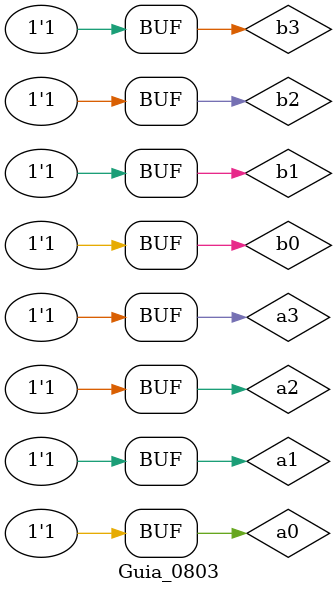
<source format=v>
/* 
Guia_0803.v 
855842 - Mateus Resende Ottoni

iverilog -o Guia_0803.vvp Guia_0803.v
vvp Guia_0803.vvp
*/



// Igualdade
//----------------------------------------
module equal (output s,
                   input a, b, c);

// Dados locais
wire w1;

// Processo
xnor	XNOR (  w1,   a,   b);
and	AND  (   s,  w1,   c); // Saída


endmodule
//----------------------------------------

// Modulo de igualdade
//----------------------------------------
module f03 (output s,
            input  a0, b0, a1, b1,
                   a2, b2, a3, b3);

// Dados locais
reg valor1 = 1'b1;
wire res01, res02, res03;

// Processo
equal EQ1 ( res01, a0, b0, valor1);
equal EQ2 ( res02, a1, b1,  res01);
equal EQ3 ( res03, a2, b2,  res02);
equal EQ4 (     s, a3, b3,  res03); // Saída

endmodule
//----------------------------------------




// Modulo principal
module Guia_0803; 

// Definir dados
reg a0, b0, a1, b1, a2, b2, a3, b3;
wire w;

f03    f03_ ( w,
              a0, b0, a1, b1, a2, b2, a3, b3);


 initial
  begin
   a0     = 1'b0;
   b0     = 1'b0;
   a1     = 1'b0;
   b1     = 1'b0;
   a2     = 1'b0;
   b2     = 1'b0;
   a3     = 1'b0;
   b3     = 1'b0;
  end


// Main 
initial 
begin : main 

$display ( "Guia_0803" );

/*	Mostrar valores em tabela				*/
$display ( "" );
$display ( "______________________________" );
$display ( "||    a |    b || igualdade ||" );
$display ( "||------|------||-----------||" );
$monitor ( "|| %b%b%b%b | %b%b%b%b ||         %b ||",
              a3, a2, a1, a0,
                         b3, b2, b1, b0,
                                     w );
/*								*/

/*	Atualizar valores ( a = 00)	*/

#1;  b0 = 1'b1;
#1;  b0 = 1'b0; b1 = 1'b1;
#1;  b0 = 1'b1;
#1;  b0 = 1'b0; b1 = 1'b0; b2 = 1'b1;
#1;  b0 = 1'b1;
#1;  b0 = 1'b0; b1 = 1'b1;
#1;  b0 = 1'b1;
#1;  b0 = 1'b0; b1 = 1'b0; b2 = 1'b0; b3 = 1'b1;
#1;  b0 = 1'b1;
#1;  b0 = 1'b0; b1 = 1'b1;
#1;  b0 = 1'b1;
#1;  b0 = 1'b0; b1 = 1'b0; b2 = 1'b1;
#1;  b0 = 1'b1;
#1;  b0 = 1'b0; b1 = 1'b1;
#1;  b0 = 1'b1;

/*					*/

/*	Atualizar valores ( a = 01)	*/

#1;  a0 = 1'b1;
     b0 = 1'b0; b1 = 1'b0; b2 = 1'b0; b3 = 1'b0;

#1;  b0 = 1'b1;
#1;  b0 = 1'b0; b1 = 1'b1;
#1;  b0 = 1'b1;
#1;  b0 = 1'b0; b1 = 1'b0; b2 = 1'b1;
#1;  b0 = 1'b1;
#1;  b0 = 1'b0; b1 = 1'b1;
#1;  b0 = 1'b1;
#1;  b0 = 1'b0; b1 = 1'b0; b2 = 1'b0; b3 = 1'b1;
#1;  b0 = 1'b1;
#1;  b0 = 1'b0; b1 = 1'b1;
#1;  b0 = 1'b1;
#1;  b0 = 1'b0; b1 = 1'b0; b2 = 1'b1;
#1;  b0 = 1'b1;
#1;  b0 = 1'b0; b1 = 1'b1;
#1;  b0 = 1'b1;

/*					*/

/*	Atualizar valores ( a = 02)	*/

#1;  a0 = 1'b0; a1 = 1'b1;
     b0 = 1'b0; b1 = 1'b0; b2 = 1'b0; b3 = 1'b0;

#1;  b0 = 1'b1;
#1;  b0 = 1'b0; b1 = 1'b1;
#1;  b0 = 1'b1;
#1;  b0 = 1'b0; b1 = 1'b0; b2 = 1'b1;
#1;  b0 = 1'b1;
#1;  b0 = 1'b0; b1 = 1'b1;
#1;  b0 = 1'b1;
#1;  b0 = 1'b0; b1 = 1'b0; b2 = 1'b0; b3 = 1'b1;
#1;  b0 = 1'b1;
#1;  b0 = 1'b0; b1 = 1'b1;
#1;  b0 = 1'b1;
#1;  b0 = 1'b0; b1 = 1'b0; b2 = 1'b1;
#1;  b0 = 1'b1;
#1;  b0 = 1'b0; b1 = 1'b1;
#1;  b0 = 1'b1;

/*					*/

/*	Atualizar valores ( a = 03)	*/

#1;  a0 = 1'b1;
     b0 = 1'b0; b1 = 1'b0; b2 = 1'b0; b3 = 1'b0;

#1;  b0 = 1'b1;
#1;  b0 = 1'b0; b1 = 1'b1;
#1;  b0 = 1'b1;
#1;  b0 = 1'b0; b1 = 1'b0; b2 = 1'b1;
#1;  b0 = 1'b1;
#1;  b0 = 1'b0; b1 = 1'b1;
#1;  b0 = 1'b1;
#1;  b0 = 1'b0; b1 = 1'b0; b2 = 1'b0; b3 = 1'b1;
#1;  b0 = 1'b1;
#1;  b0 = 1'b0; b1 = 1'b1;
#1;  b0 = 1'b1;
#1;  b0 = 1'b0; b1 = 1'b0; b2 = 1'b1;
#1;  b0 = 1'b1;
#1;  b0 = 1'b0; b1 = 1'b1;
#1;  b0 = 1'b1;

/*					*/

/*	Atualizar valores ( a = 04)	*/

#1;  a0 = 1'b0; a1 = 1'b0; a2 = 1'b1;
     b0 = 1'b0; b1 = 1'b0; b2 = 1'b0; b3 = 1'b0;

#1;  b0 = 1'b1;
#1;  b0 = 1'b0; b1 = 1'b1;
#1;  b0 = 1'b1;
#1;  b0 = 1'b0; b1 = 1'b0; b2 = 1'b1;
#1;  b0 = 1'b1;
#1;  b0 = 1'b0; b1 = 1'b1;
#1;  b0 = 1'b1;
#1;  b0 = 1'b0; b1 = 1'b0; b2 = 1'b0; b3 = 1'b1;
#1;  b0 = 1'b1;
#1;  b0 = 1'b0; b1 = 1'b1;
#1;  b0 = 1'b1;
#1;  b0 = 1'b0; b1 = 1'b0; b2 = 1'b1;
#1;  b0 = 1'b1;
#1;  b0 = 1'b0; b1 = 1'b1;
#1;  b0 = 1'b1;

/*					*/

/*	Atualizar valores ( a = 05)	*/

#1;  a0 = 1'b1;
     b0 = 1'b0; b1 = 1'b0; b2 = 1'b0; b3 = 1'b0;

#1;  b0 = 1'b1;
#1;  b0 = 1'b0; b1 = 1'b1;
#1;  b0 = 1'b1;
#1;  b0 = 1'b0; b1 = 1'b0; b2 = 1'b1;
#1;  b0 = 1'b1;
#1;  b0 = 1'b0; b1 = 1'b1;
#1;  b0 = 1'b1;
#1;  b0 = 1'b0; b1 = 1'b0; b2 = 1'b0; b3 = 1'b1;
#1;  b0 = 1'b1;
#1;  b0 = 1'b0; b1 = 1'b1;
#1;  b0 = 1'b1;
#1;  b0 = 1'b0; b1 = 1'b0; b2 = 1'b1;
#1;  b0 = 1'b1;
#1;  b0 = 1'b0; b1 = 1'b1;
#1;  b0 = 1'b1;

/*					*/

/*	Atualizar valores ( a = 06)	*/

#1;  a0 = 1'b0; a1 = 1'b1;
     b0 = 1'b0; b1 = 1'b0; b2 = 1'b0; b3 = 1'b0;

#1;  b0 = 1'b1;
#1;  b0 = 1'b0; b1 = 1'b1;
#1;  b0 = 1'b1;
#1;  b0 = 1'b0; b1 = 1'b0; b2 = 1'b1;
#1;  b0 = 1'b1;
#1;  b0 = 1'b0; b1 = 1'b1;
#1;  b0 = 1'b1;
#1;  b0 = 1'b0; b1 = 1'b0; b2 = 1'b0; b3 = 1'b1;
#1;  b0 = 1'b1;
#1;  b0 = 1'b0; b1 = 1'b1;
#1;  b0 = 1'b1;
#1;  b0 = 1'b0; b1 = 1'b0; b2 = 1'b1;
#1;  b0 = 1'b1;
#1;  b0 = 1'b0; b1 = 1'b1;
#1;  b0 = 1'b1;

/*					*/

/*	Atualizar valores ( a = 07)	*/

#1;  a0 = 1'b1;
     b0 = 1'b0; b1 = 1'b0; b2 = 1'b0; b3 = 1'b0;

#1;  b0 = 1'b1;
#1;  b0 = 1'b0; b1 = 1'b1;
#1;  b0 = 1'b1;
#1;  b0 = 1'b0; b1 = 1'b0; b2 = 1'b1;
#1;  b0 = 1'b1;
#1;  b0 = 1'b0; b1 = 1'b1;
#1;  b0 = 1'b1;
#1;  b0 = 1'b0; b1 = 1'b0; b2 = 1'b0; b3 = 1'b1;
#1;  b0 = 1'b1;
#1;  b0 = 1'b0; b1 = 1'b1;
#1;  b0 = 1'b1;
#1;  b0 = 1'b0; b1 = 1'b0; b2 = 1'b1;
#1;  b0 = 1'b1;
#1;  b0 = 1'b0; b1 = 1'b1;
#1;  b0 = 1'b1;

/*					*/

/*	Atualizar valores ( a = 08)	*/

#1;  a0 = 1'b0; a1 = 1'b0; a2 = 1'b0; a3 = 1'b1;
     b0 = 1'b0; b1 = 1'b0; b2 = 1'b0; b3 = 1'b0;

#1;  b0 = 1'b1;
#1;  b0 = 1'b0; b1 = 1'b1;
#1;  b0 = 1'b1;
#1;  b0 = 1'b0; b1 = 1'b0; b2 = 1'b1;
#1;  b0 = 1'b1;
#1;  b0 = 1'b0; b1 = 1'b1;
#1;  b0 = 1'b1;
#1;  b0 = 1'b0; b1 = 1'b0; b2 = 1'b0; b3 = 1'b1;
#1;  b0 = 1'b1;
#1;  b0 = 1'b0; b1 = 1'b1;
#1;  b0 = 1'b1;
#1;  b0 = 1'b0; b1 = 1'b0; b2 = 1'b1;
#1;  b0 = 1'b1;
#1;  b0 = 1'b0; b1 = 1'b1;
#1;  b0 = 1'b1;

/*					*/

/*	Atualizar valores ( a = 09)	*/

#1;  a0 = 1'b1;
     b0 = 1'b0; b1 = 1'b0; b2 = 1'b0; b3 = 1'b0;

#1;  b0 = 1'b1;
#1;  b0 = 1'b0; b1 = 1'b1;
#1;  b0 = 1'b1;
#1;  b0 = 1'b0; b1 = 1'b0; b2 = 1'b1;
#1;  b0 = 1'b1;
#1;  b0 = 1'b0; b1 = 1'b1;
#1;  b0 = 1'b1;
#1;  b0 = 1'b0; b1 = 1'b0; b2 = 1'b0; b3 = 1'b1;
#1;  b0 = 1'b1;
#1;  b0 = 1'b0; b1 = 1'b1;
#1;  b0 = 1'b1;
#1;  b0 = 1'b0; b1 = 1'b0; b2 = 1'b1;
#1;  b0 = 1'b1;
#1;  b0 = 1'b0; b1 = 1'b1;
#1;  b0 = 1'b1;

/*					*/

/*	Atualizar valores ( a = 10)	*/

#1;  a0 = 1'b0; a1 = 1'b1;
     b0 = 1'b0; b1 = 1'b0; b2 = 1'b0; b3 = 1'b0;

#1;  b0 = 1'b1;
#1;  b0 = 1'b0; b1 = 1'b1;
#1;  b0 = 1'b1;
#1;  b0 = 1'b0; b1 = 1'b0; b2 = 1'b1;
#1;  b0 = 1'b1;
#1;  b0 = 1'b0; b1 = 1'b1;
#1;  b0 = 1'b1;
#1;  b0 = 1'b0; b1 = 1'b0; b2 = 1'b0; b3 = 1'b1;
#1;  b0 = 1'b1;
#1;  b0 = 1'b0; b1 = 1'b1;
#1;  b0 = 1'b1;
#1;  b0 = 1'b0; b1 = 1'b0; b2 = 1'b1;
#1;  b0 = 1'b1;
#1;  b0 = 1'b0; b1 = 1'b1;
#1;  b0 = 1'b1;

/*					*/

/*	Atualizar valores ( a = 11)	*/

#1;  a0 = 1'b1;
     b0 = 1'b0; b1 = 1'b0; b2 = 1'b0; b3 = 1'b0;

#1;  b0 = 1'b1;
#1;  b0 = 1'b0; b1 = 1'b1;
#1;  b0 = 1'b1;
#1;  b0 = 1'b0; b1 = 1'b0; b2 = 1'b1;
#1;  b0 = 1'b1;
#1;  b0 = 1'b0; b1 = 1'b1;
#1;  b0 = 1'b1;
#1;  b0 = 1'b0; b1 = 1'b0; b2 = 1'b0; b3 = 1'b1;
#1;  b0 = 1'b1;
#1;  b0 = 1'b0; b1 = 1'b1;
#1;  b0 = 1'b1;
#1;  b0 = 1'b0; b1 = 1'b0; b2 = 1'b1;
#1;  b0 = 1'b1;
#1;  b0 = 1'b0; b1 = 1'b1;
#1;  b0 = 1'b1;

/*					*/

/*	Atualizar valores ( a = 12)	*/

#1;  a0 = 1'b0; a1 = 1'b0; a2 = 1'b1;
     b0 = 1'b0; b1 = 1'b0; b2 = 1'b0; b3 = 1'b0;

#1;  b0 = 1'b1;
#1;  b0 = 1'b0; b1 = 1'b1;
#1;  b0 = 1'b1;
#1;  b0 = 1'b0; b1 = 1'b0; b2 = 1'b1;
#1;  b0 = 1'b1;
#1;  b0 = 1'b0; b1 = 1'b1;
#1;  b0 = 1'b1;
#1;  b0 = 1'b0; b1 = 1'b0; b2 = 1'b0; b3 = 1'b1;
#1;  b0 = 1'b1;
#1;  b0 = 1'b0; b1 = 1'b1;
#1;  b0 = 1'b1;
#1;  b0 = 1'b0; b1 = 1'b0; b2 = 1'b1;
#1;  b0 = 1'b1;
#1;  b0 = 1'b0; b1 = 1'b1;
#1;  b0 = 1'b1;

/*					*/

/*	Atualizar valores ( a = 13)	*/

#1;  a0 = 1'b1;
     b0 = 1'b0; b1 = 1'b0; b2 = 1'b0; b3 = 1'b0;

#1;  b0 = 1'b1;
#1;  b0 = 1'b0; b1 = 1'b1;
#1;  b0 = 1'b1;
#1;  b0 = 1'b0; b1 = 1'b0; b2 = 1'b1;
#1;  b0 = 1'b1;
#1;  b0 = 1'b0; b1 = 1'b1;
#1;  b0 = 1'b1;
#1;  b0 = 1'b0; b1 = 1'b0; b2 = 1'b0; b3 = 1'b1;
#1;  b0 = 1'b1;
#1;  b0 = 1'b0; b1 = 1'b1;
#1;  b0 = 1'b1;
#1;  b0 = 1'b0; b1 = 1'b0; b2 = 1'b1;
#1;  b0 = 1'b1;
#1;  b0 = 1'b0; b1 = 1'b1;
#1;  b0 = 1'b1;

/*					*/

/*	Atualizar valores ( a = 14)	*/

#1;  a0 = 1'b0; a1 = 1'b1;
     b0 = 1'b0; b1 = 1'b0; b2 = 1'b0; b3 = 1'b0;

#1;  b0 = 1'b1;
#1;  b0 = 1'b0; b1 = 1'b1;
#1;  b0 = 1'b1;
#1;  b0 = 1'b0; b1 = 1'b0; b2 = 1'b1;
#1;  b0 = 1'b1;
#1;  b0 = 1'b0; b1 = 1'b1;
#1;  b0 = 1'b1;
#1;  b0 = 1'b0; b1 = 1'b0; b2 = 1'b0; b3 = 1'b1;
#1;  b0 = 1'b1;
#1;  b0 = 1'b0; b1 = 1'b1;
#1;  b0 = 1'b1;
#1;  b0 = 1'b0; b1 = 1'b0; b2 = 1'b1;
#1;  b0 = 1'b1;
#1;  b0 = 1'b0; b1 = 1'b1;
#1;  b0 = 1'b1;

/*					*/

/*	Atualizar valores ( a = 15)	*/

#1;  a0 = 1'b1;
     b0 = 1'b0; b1 = 1'b0; b2 = 1'b0; b3 = 1'b0;

#1;  b0 = 1'b1;
#1;  b0 = 1'b0; b1 = 1'b1;
#1;  b0 = 1'b1;
#1;  b0 = 1'b0; b1 = 1'b0; b2 = 1'b1;
#1;  b0 = 1'b1;
#1;  b0 = 1'b0; b1 = 1'b1;
#1;  b0 = 1'b1;
#1;  b0 = 1'b0; b1 = 1'b0; b2 = 1'b0; b3 = 1'b1;
#1;  b0 = 1'b1;
#1;  b0 = 1'b0; b1 = 1'b1;
#1;  b0 = 1'b1;
#1;  b0 = 1'b0; b1 = 1'b0; b2 = 1'b1;
#1;  b0 = 1'b1;
#1;  b0 = 1'b0; b1 = 1'b1;
#1;  b0 = 1'b1;

/*					*/



end // main 

endmodule // Guia_0803

/*	Previsão de Testes 		*/
/*


______________________________
||    a |    b || igualdade ||
||------|------||-----------||
|| 0000 | 0000 ||         1 ||
|| 0000 | 0001 ||         0 ||
|| 0000 | 0010 ||         0 ||
|| 0000 | 0011 ||         0 ||
|| 0000 | 0100 ||         0 ||
|| 0000 | 0101 ||         0 ||
|| 0000 | 0110 ||         0 ||
|| 0000 | 0111 ||         0 ||
|| 0000 | 1000 ||         0 ||
|| 0000 | 1001 ||         0 ||
|| 0000 | 1010 ||         0 ||
|| 0000 | 1011 ||         0 ||
|| 0000 | 1100 ||         0 ||
|| 0000 | 1101 ||         0 ||
|| 0000 | 1110 ||         0 ||
|| 0000 | 1111 ||         0 ||
|| 0001 | 0000 ||         0 ||
|| 0001 | 0001 ||         1 ||
|| 0001 | 0010 ||         0 ||
|| 0001 | 0011 ||         0 ||
|| 0001 | 0100 ||         0 ||
|| 0001 | 0101 ||         0 ||
|| 0001 | 0110 ||         0 ||
|| 0001 | 0111 ||         0 ||
|| 0001 | 1000 ||         0 ||
|| 0001 | 1001 ||         0 ||
|| 0001 | 1010 ||         0 ||
|| 0001 | 1011 ||         0 ||
|| 0001 | 1100 ||         0 ||
|| 0001 | 1101 ||         0 ||
|| 0001 | 1110 ||         0 ||
|| 0001 | 1111 ||         0 ||
|| 0010 | 0000 ||         0 ||
|| 0010 | 0001 ||         0 ||
|| 0010 | 0010 ||         1 ||
|| 0010 | 0011 ||         0 ||
|| 0010 | 0100 ||         0 ||
|| 0010 | 0101 ||         0 ||
|| 0010 | 0110 ||         0 ||
|| 0010 | 0111 ||         0 ||
|| 0010 | 1000 ||         0 ||
|| 0010 | 1001 ||         0 ||
|| 0010 | 1010 ||         0 ||
|| 0010 | 1011 ||         0 ||
|| 0010 | 1100 ||         0 ||
|| 0010 | 1101 ||         0 ||
|| 0010 | 1110 ||         0 ||
|| 0010 | 1111 ||         0 ||
|| 0011 | 0000 ||         0 ||
|| 0011 | 0001 ||         0 ||
|| 0011 | 0010 ||         0 ||
|| 0011 | 0011 ||         1 ||
|| 0011 | 0100 ||         0 ||
|| 0011 | 0101 ||         0 ||
|| 0011 | 0110 ||         0 ||
|| 0011 | 0111 ||         0 ||
|| 0011 | 1000 ||         0 ||
|| 0011 | 1001 ||         0 ||
|| 0011 | 1010 ||         0 ||
|| 0011 | 1011 ||         0 ||
|| 0011 | 1100 ||         0 ||
|| 0011 | 1101 ||         0 ||
|| 0011 | 1110 ||         0 ||
|| 0011 | 1111 ||         0 ||
|| 0100 | 0000 ||         0 ||
|| 0100 | 0001 ||         0 ||
|| 0100 | 0010 ||         0 ||
|| 0100 | 0011 ||         0 ||
|| 0100 | 0100 ||         1 ||
|| 0100 | 0101 ||         0 ||
|| 0100 | 0110 ||         0 ||
|| 0100 | 0111 ||         0 ||
|| 0100 | 1000 ||         0 ||
|| 0100 | 1001 ||         0 ||
|| 0100 | 1010 ||         0 ||
|| 0100 | 1011 ||         0 ||
|| 0100 | 1100 ||         0 ||
|| 0100 | 1101 ||         0 ||
|| 0100 | 1110 ||         0 ||
|| 0100 | 1111 ||         0 ||
|| 0101 | 0000 ||         0 ||
|| 0101 | 0001 ||         0 ||
|| 0101 | 0010 ||         0 ||
|| 0101 | 0011 ||         0 ||
|| 0101 | 0100 ||         0 ||
|| 0101 | 0101 ||         1 ||
|| 0101 | 0110 ||         0 ||
|| 0101 | 0111 ||         0 ||
|| 0101 | 1000 ||         0 ||
|| 0101 | 1001 ||         0 ||
|| 0101 | 1010 ||         0 ||
|| 0101 | 1011 ||         0 ||
|| 0101 | 1100 ||         0 ||
|| 0101 | 1101 ||         0 ||
|| 0101 | 1110 ||         0 ||
|| 0101 | 1111 ||         0 ||
|| 0110 | 0000 ||         0 ||
|| 0110 | 0001 ||         0 ||
|| 0110 | 0010 ||         0 ||
|| 0110 | 0011 ||         0 ||
|| 0110 | 0100 ||         0 ||
|| 0110 | 0101 ||         0 ||
|| 0110 | 0110 ||         1 ||
|| 0110 | 0111 ||         0 ||
|| 0110 | 1000 ||         0 ||
|| 0110 | 1001 ||         0 ||
|| 0110 | 1010 ||         0 ||
|| 0110 | 1011 ||         0 ||
|| 0110 | 1100 ||         0 ||
|| 0110 | 1101 ||         0 ||
|| 0110 | 1110 ||         0 ||
|| 0110 | 1111 ||         0 ||
|| 0111 | 0000 ||         0 ||
|| 0111 | 0001 ||         0 ||
|| 0111 | 0010 ||         0 ||
|| 0111 | 0011 ||         0 ||
|| 0111 | 0100 ||         0 ||
|| 0111 | 0101 ||         0 ||
|| 0111 | 0110 ||         0 ||
|| 0111 | 0111 ||         1 ||
|| 0111 | 1000 ||         0 ||
|| 0111 | 1001 ||         0 ||
|| 0111 | 1010 ||         0 ||
|| 0111 | 1011 ||         0 ||
|| 0111 | 1100 ||         0 ||
|| 0111 | 1101 ||         0 ||
|| 0111 | 1110 ||         0 ||
|| 0111 | 1111 ||         0 ||
|| 1000 | 0000 ||         0 ||
|| 1000 | 0001 ||         0 ||
|| 1000 | 0010 ||         0 ||
|| 1000 | 0011 ||         0 ||
|| 1000 | 0100 ||         0 ||
|| 1000 | 0101 ||         0 ||
|| 1000 | 0110 ||         0 ||
|| 1000 | 0111 ||         0 ||
|| 1000 | 1000 ||         1 ||
|| 1000 | 1001 ||         0 ||
|| 1000 | 1010 ||         0 ||
|| 1000 | 1011 ||         0 ||
|| 1000 | 1100 ||         0 ||
|| 1000 | 1101 ||         0 ||
|| 1000 | 1110 ||         0 ||
|| 1000 | 1111 ||         0 ||
|| 1001 | 0000 ||         0 ||
|| 1001 | 0001 ||         0 ||
|| 1001 | 0010 ||         0 ||
|| 1001 | 0011 ||         0 ||
|| 1001 | 0100 ||         0 ||
|| 1001 | 0101 ||         0 ||
|| 1001 | 0110 ||         0 ||
|| 1001 | 0111 ||         0 ||
|| 1001 | 1000 ||         0 ||
|| 1001 | 1001 ||         1 ||
|| 1001 | 1010 ||         0 ||
|| 1001 | 1011 ||         0 ||
|| 1001 | 1100 ||         0 ||
|| 1001 | 1101 ||         0 ||
|| 1001 | 1110 ||         0 ||
|| 1001 | 1111 ||         0 ||
|| 1010 | 0000 ||         0 ||
|| 1010 | 0001 ||         0 ||
|| 1010 | 0010 ||         0 ||
|| 1010 | 0011 ||         0 ||
|| 1010 | 0100 ||         0 ||
|| 1010 | 0101 ||         0 ||
|| 1010 | 0110 ||         0 ||
|| 1010 | 0111 ||         0 ||
|| 1010 | 1000 ||         0 ||
|| 1010 | 1001 ||         0 ||
|| 1010 | 1010 ||         1 ||
|| 1010 | 1011 ||         0 ||
|| 1010 | 1100 ||         0 ||
|| 1010 | 1101 ||         0 ||
|| 1010 | 1110 ||         0 ||
|| 1010 | 1111 ||         0 ||
|| 1011 | 0000 ||         0 ||
|| 1011 | 0001 ||         0 ||
|| 1011 | 0010 ||         0 ||
|| 1011 | 0011 ||         0 ||
|| 1011 | 0100 ||         0 ||
|| 1011 | 0101 ||         0 ||
|| 1011 | 0110 ||         0 ||
|| 1011 | 0111 ||         0 ||
|| 1011 | 1000 ||         0 ||
|| 1011 | 1001 ||         0 ||
|| 1011 | 1010 ||         0 ||
|| 1011 | 1011 ||         1 ||
|| 1011 | 1100 ||         0 ||
|| 1011 | 1101 ||         0 ||
|| 1011 | 1110 ||         0 ||
|| 1011 | 1111 ||         0 ||
|| 1100 | 0000 ||         0 ||
|| 1100 | 0001 ||         0 ||
|| 1100 | 0010 ||         0 ||
|| 1100 | 0011 ||         0 ||
|| 1100 | 0100 ||         0 ||
|| 1100 | 0101 ||         0 ||
|| 1100 | 0110 ||         0 ||
|| 1100 | 0111 ||         0 ||
|| 1100 | 1000 ||         0 ||
|| 1100 | 1001 ||         0 ||
|| 1100 | 1010 ||         0 ||
|| 1100 | 1011 ||         0 ||
|| 1100 | 1100 ||         1 ||
|| 1100 | 1101 ||         0 ||
|| 1100 | 1110 ||         0 ||
|| 1100 | 1111 ||         0 ||
|| 1101 | 0000 ||         0 ||
|| 1101 | 0001 ||         0 ||
|| 1101 | 0010 ||         0 ||
|| 1101 | 0011 ||         0 ||
|| 1101 | 0100 ||         0 ||
|| 1101 | 0101 ||         0 ||
|| 1101 | 0110 ||         0 ||
|| 1101 | 0111 ||         0 ||
|| 1101 | 1000 ||         0 ||
|| 1101 | 1001 ||         0 ||
|| 1101 | 1010 ||         0 ||
|| 1101 | 1011 ||         0 ||
|| 1101 | 1100 ||         0 ||
|| 1101 | 1101 ||         1 ||
|| 1101 | 1110 ||         0 ||
|| 1101 | 1111 ||         0 ||
|| 1110 | 0000 ||         0 ||
|| 1110 | 0001 ||         0 ||
|| 1110 | 0010 ||         0 ||
|| 1110 | 0011 ||         0 ||
|| 1110 | 0100 ||         0 ||
|| 1110 | 0101 ||         0 ||
|| 1110 | 0110 ||         0 ||
|| 1110 | 0111 ||         0 ||
|| 1110 | 1000 ||         0 ||
|| 1110 | 1001 ||         0 ||
|| 1110 | 1010 ||         0 ||
|| 1110 | 1011 ||         0 ||
|| 1110 | 1100 ||         0 ||
|| 1110 | 1101 ||         0 ||
|| 1110 | 1110 ||         1 ||
|| 1110 | 1111 ||         0 ||
|| 1111 | 0000 ||         0 ||
|| 1111 | 0001 ||         0 ||
|| 1111 | 0010 ||         0 ||
|| 1111 | 0011 ||         0 ||
|| 1111 | 0100 ||         0 ||
|| 1111 | 0101 ||         0 ||
|| 1111 | 0110 ||         0 ||
|| 1111 | 0111 ||         0 ||
|| 1111 | 1000 ||         0 ||
|| 1111 | 1001 ||         0 ||
|| 1111 | 1010 ||         0 ||
|| 1111 | 1011 ||         0 ||
|| 1111 | 1100 ||         0 ||
|| 1111 | 1101 ||         0 ||
|| 1111 | 1110 ||         0 ||
|| 1111 | 1111 ||         1 ||

*/
/*					*/

</source>
